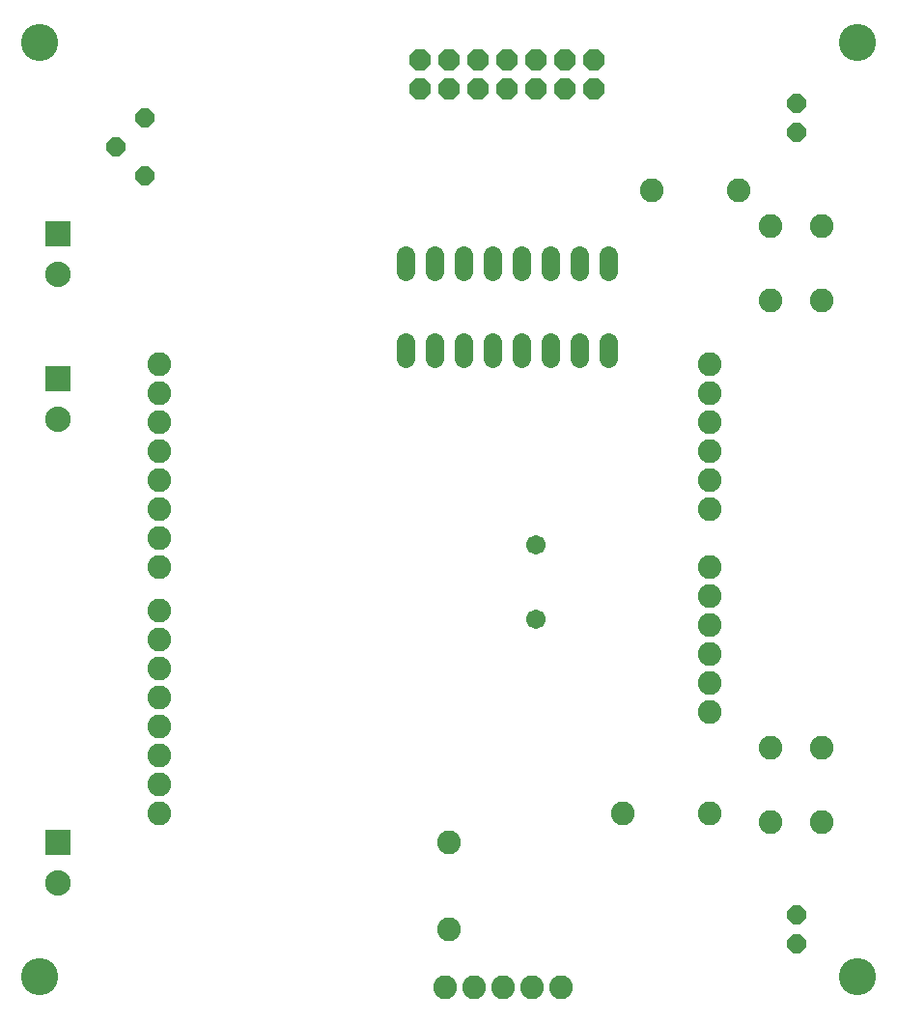
<source format=gts>
G75*
G70*
%OFA0B0*%
%FSLAX24Y24*%
%IPPOS*%
%LPD*%
%AMOC8*
5,1,8,0,0,1.08239X$1,22.5*
%
%ADD10C,0.0820*%
%ADD11R,0.0880X0.0880*%
%ADD12C,0.0880*%
%ADD13OC8,0.0640*%
%ADD14C,0.0674*%
%ADD15C,0.0640*%
%ADD16OC8,0.0720*%
%ADD17C,0.1280*%
D10*
X005681Y007189D03*
X005681Y008189D03*
X005681Y009189D03*
X005681Y010189D03*
X005681Y011189D03*
X005681Y012189D03*
X005681Y013189D03*
X005681Y014189D03*
X005681Y015689D03*
X005681Y016689D03*
X005681Y017689D03*
X005681Y018689D03*
X005681Y019689D03*
X005681Y020689D03*
X005681Y021689D03*
X005681Y022689D03*
X015681Y006189D03*
X015681Y003189D03*
X015575Y001189D03*
X016575Y001189D03*
X017575Y001189D03*
X018575Y001189D03*
X019575Y001189D03*
X021681Y007189D03*
X024681Y007189D03*
X026791Y006909D03*
X028571Y006909D03*
X028571Y009469D03*
X026791Y009469D03*
X024681Y010689D03*
X024681Y011689D03*
X024681Y012689D03*
X024681Y013689D03*
X024681Y014689D03*
X024681Y015689D03*
X024681Y017689D03*
X024681Y018689D03*
X024681Y019689D03*
X024681Y020689D03*
X024681Y021689D03*
X024681Y022689D03*
X026791Y024909D03*
X028571Y024909D03*
X028571Y027469D03*
X026791Y027469D03*
X025681Y028689D03*
X022681Y028689D03*
D11*
X002181Y027189D03*
X002181Y022189D03*
X002181Y006189D03*
D12*
X002181Y004811D03*
X002181Y020811D03*
X002181Y025811D03*
D13*
X005181Y029189D03*
X004181Y030189D03*
X005181Y031189D03*
X027681Y030689D03*
X027681Y031689D03*
X027681Y003689D03*
X027681Y002689D03*
D14*
X018681Y013910D03*
X018681Y016469D03*
D15*
X018181Y022909D02*
X018181Y023469D01*
X017181Y023469D02*
X017181Y022909D01*
X016181Y022909D02*
X016181Y023469D01*
X015181Y023469D02*
X015181Y022909D01*
X014181Y022909D02*
X014181Y023469D01*
X014181Y025909D02*
X014181Y026469D01*
X015181Y026469D02*
X015181Y025909D01*
X016181Y025909D02*
X016181Y026469D01*
X017181Y026469D02*
X017181Y025909D01*
X018181Y025909D02*
X018181Y026469D01*
X019181Y026469D02*
X019181Y025909D01*
X020181Y025909D02*
X020181Y026469D01*
X021181Y026469D02*
X021181Y025909D01*
X021181Y023469D02*
X021181Y022909D01*
X020181Y022909D02*
X020181Y023469D01*
X019181Y023469D02*
X019181Y022909D01*
D16*
X018681Y032189D03*
X017681Y032189D03*
X016681Y032189D03*
X015681Y032189D03*
X014681Y032189D03*
X014681Y033189D03*
X015681Y033189D03*
X016681Y033189D03*
X017681Y033189D03*
X018681Y033189D03*
X019681Y033189D03*
X019681Y032189D03*
X020681Y032189D03*
X020681Y033189D03*
D17*
X001575Y001583D03*
X029788Y001583D03*
X029788Y033796D03*
X001575Y033796D03*
M02*

</source>
